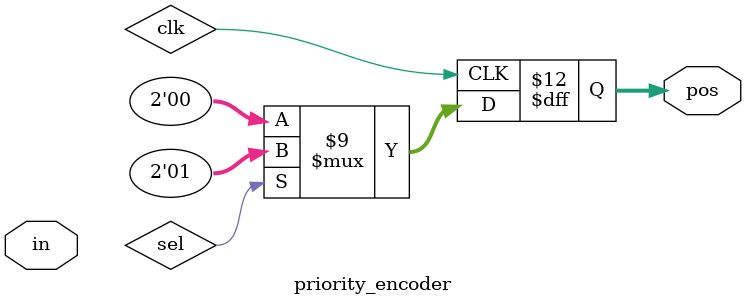
<source format=v>
module priority_encoder( 
input [2:0] in,
output reg [1:0] pos ); 
// When sel=1, assign b to out
always @(posedge clk) begin
  if(sel==1)
    pos <= 1'b1;
  else
    pos <= 1'b0;
end

always @(posedge clk) begin
  if(sel==1)
    out <= b;
  else
    out <= 0;
end
endmodule

</source>
